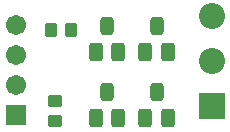
<source format=gts>
G04 Layer_Color=8388736*
%FSLAX24Y24*%
%MOIN*%
G70*
G01*
G75*
G04:AMPARAMS|DCode=24|XSize=43.4mil|YSize=63.1mil|CornerRadius=12.9mil|HoleSize=0mil|Usage=FLASHONLY|Rotation=0.000|XOffset=0mil|YOffset=0mil|HoleType=Round|Shape=RoundedRectangle|*
%AMROUNDEDRECTD24*
21,1,0.0434,0.0374,0,0,0.0*
21,1,0.0177,0.0631,0,0,0.0*
1,1,0.0257,0.0089,-0.0187*
1,1,0.0257,-0.0089,-0.0187*
1,1,0.0257,-0.0089,0.0187*
1,1,0.0257,0.0089,0.0187*
%
%ADD24ROUNDEDRECTD24*%
G04:AMPARAMS|DCode=25|XSize=47.4mil|YSize=63.1mil|CornerRadius=13.8mil|HoleSize=0mil|Usage=FLASHONLY|Rotation=0.000|XOffset=0mil|YOffset=0mil|HoleType=Round|Shape=RoundedRectangle|*
%AMROUNDEDRECTD25*
21,1,0.0474,0.0354,0,0,0.0*
21,1,0.0197,0.0631,0,0,0.0*
1,1,0.0277,0.0098,-0.0177*
1,1,0.0277,-0.0098,-0.0177*
1,1,0.0277,-0.0098,0.0177*
1,1,0.0277,0.0098,0.0177*
%
%ADD25ROUNDEDRECTD25*%
G04:AMPARAMS|DCode=26|XSize=41.5mil|YSize=43.4mil|CornerRadius=5.7mil|HoleSize=0mil|Usage=FLASHONLY|Rotation=0.000|XOffset=0mil|YOffset=0mil|HoleType=Round|Shape=RoundedRectangle|*
%AMROUNDEDRECTD26*
21,1,0.0415,0.0321,0,0,0.0*
21,1,0.0301,0.0434,0,0,0.0*
1,1,0.0113,0.0151,-0.0160*
1,1,0.0113,-0.0151,-0.0160*
1,1,0.0113,-0.0151,0.0160*
1,1,0.0113,0.0151,0.0160*
%
%ADD26ROUNDEDRECTD26*%
G04:AMPARAMS|DCode=27|XSize=41.5mil|YSize=43.4mil|CornerRadius=5.7mil|HoleSize=0mil|Usage=FLASHONLY|Rotation=90.000|XOffset=0mil|YOffset=0mil|HoleType=Round|Shape=RoundedRectangle|*
%AMROUNDEDRECTD27*
21,1,0.0415,0.0321,0,0,90.0*
21,1,0.0301,0.0434,0,0,90.0*
1,1,0.0113,0.0160,0.0151*
1,1,0.0113,0.0160,-0.0151*
1,1,0.0113,-0.0160,-0.0151*
1,1,0.0113,-0.0160,0.0151*
%
%ADD27ROUNDEDRECTD27*%
%ADD28C,0.0867*%
%ADD29R,0.0867X0.0867*%
%ADD30R,0.0671X0.0671*%
%ADD31C,0.0671*%
D24*
X13650Y13783D02*
D03*
X15300Y11583D02*
D03*
Y13783D02*
D03*
X13650Y11583D02*
D03*
D25*
X14024Y12917D02*
D03*
X13276D02*
D03*
X15674Y10717D02*
D03*
X14926D02*
D03*
X15674Y12917D02*
D03*
X14926D02*
D03*
X14024Y10717D02*
D03*
X13276D02*
D03*
D26*
X11765Y13650D02*
D03*
X12435D02*
D03*
D27*
X11900Y10615D02*
D03*
Y11285D02*
D03*
D28*
X17150Y12624D02*
D03*
Y14124D02*
D03*
D29*
Y11124D02*
D03*
D30*
X10600Y10800D02*
D03*
D31*
Y11800D02*
D03*
Y12800D02*
D03*
Y13800D02*
D03*
M02*

</source>
